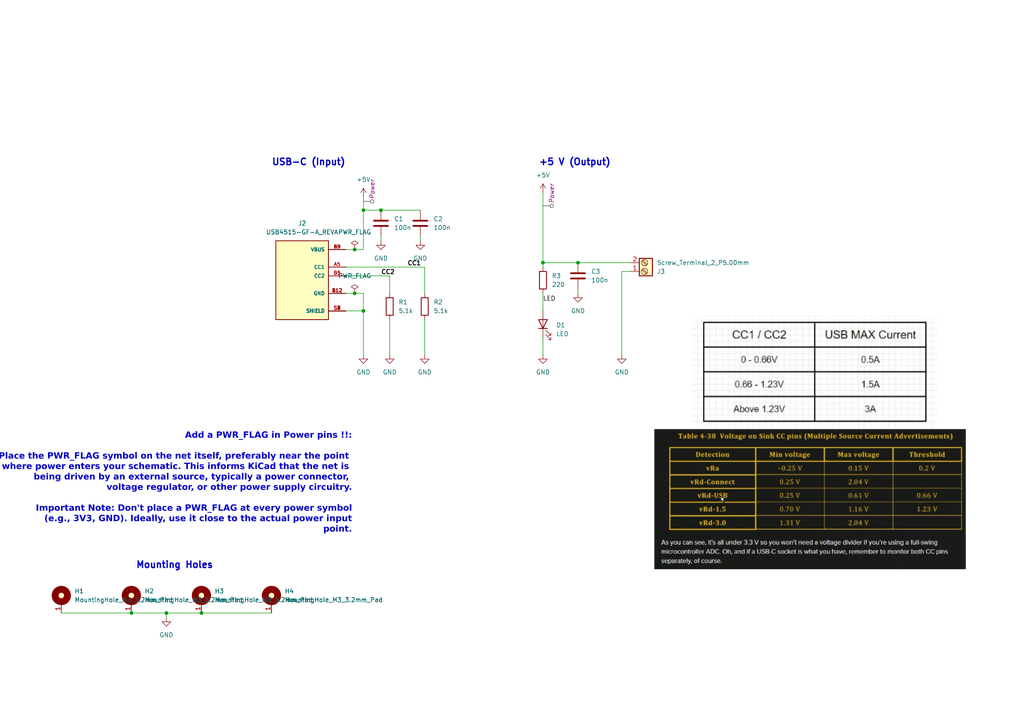
<source format=kicad_sch>
(kicad_sch (version 20231120) (generator "eeschema") (generator_version "8.0")
  (paper "A4")
  (title_block (title "USB-C Power Supply") (rev "0.1") (company "Miloudi Adel Hani"))
  (lib_symbols
    (symbol "Device:C" (pin_numbers hide) (pin_names (offset 0.254))
      (property "Reference" "C" (at 0.635 2.54 0))
      (property "Value" "C" (at 0.635 -2.54 0))
      (symbol "C_0_1"
        (polyline (pts (xy -2.032 -0.762) (xy 2.032 -0.762)) (stroke (width 0.508)))
        (polyline (pts (xy -2.032 0.762) (xy 2.032 0.762)) (stroke (width 0.508)))
      )
      (symbol "C_1_1"
        (pin passive line (at 0 3.81 270) (length 2.794) (name "~") (number "1"))
        (pin passive line (at 0 -3.81 90) (length 2.794) (name "~") (number "2"))
      )
    )
    (symbol "Device:LED" (pin_numbers hide) (pin_names (offset 1.016) hide)
      (property "Reference" "D" (at 0 2.54 0))
      (property "Value" "LED" (at 0 -2.54 0))
      (symbol "LED_0_1"
        (polyline (pts (xy -1.27 -1.27) (xy -1.27 1.27)) (stroke (width 0.254)))
        (polyline (pts (xy -1.27 0) (xy 1.27 0)))
        (polyline (pts (xy 1.27 -1.27) (xy 1.27 1.27) (xy -1.27 0) (xy 1.27 -1.27)) (stroke (width 0.254)))
        (polyline (pts (xy -3.048 -0.762) (xy -4.572 -2.286) (xy -3.81 -2.286) (xy -4.572 -2.286) (xy -4.572 -1.524)))
        (polyline (pts (xy -1.778 -0.762) (xy -3.302 -2.286) (xy -2.54 -2.286) (xy -3.302 -2.286) (xy -3.302 -1.524)))
      )
      (symbol "LED_1_1"
        (pin passive line (at -3.81 0 0) (length 2.54) (name "K") (number "1"))
        (pin passive line (at 3.81 0 180) (length 2.54) (name "A") (number "2"))
      )
    )
    (symbol "Device:R" (pin_numbers hide) (pin_names (offset 0))
      (property "Reference" "R" (at 2.032 0 90))
      (property "Value" "R" (at 0 0 90))
      (symbol "R_0_1"
        (rectangle (start -1.016 -2.54) (end 1.016 2.54) (stroke (width 0.254)))
      )
      (symbol "R_1_1"
        (pin passive line (at 0 3.81 270) (length 1.27) (name "~") (number "1"))
        (pin passive line (at 0 -3.81 90) (length 1.27) (name "~") (number "2"))
      )
    )
    (symbol "PCM_4ms_Power-symbol:+5V" (power) (pin_names (offset 0))
      (property "Value" "+5V" (at 0 3.556 0))
      (symbol "+5V_0_1"
        (polyline (pts (xy -0.762 1.27) (xy 0 2.54)))
        (polyline (pts (xy 0 0) (xy 0 2.54)))
        (polyline (pts (xy 0 2.54) (xy 0.762 1.27)))
      )
      (symbol "+5V_1_1"
        (pin power_in line (at 0 0 90) (length 0) hide (name "+5V") (number "1"))
      )
    )
    (symbol "PCM_4ms_Power-symbol:GND" (power) (pin_names (offset 0))
      (property "Value" "GND" (at 0 -3.81 0))
      (symbol "GND_0_1"
        (polyline (pts (xy 0 0) (xy 0 -1.27) (xy 1.27 -1.27) (xy 0 -2.54) (xy -1.27 -1.27) (xy 0 -1.27)))
      )
      (symbol "GND_1_1"
        (pin power_in line (at 0 0 270) (length 0) hide (name "GND") (number "1"))
      )
    )
    (symbol "PCM_4ms_Power-symbol:PWR_FLAG" (power) (pin_numbers hide) (pin_names (offset 0) hide)
      (property "Value" "PWR_FLAG" (at 0 3.81 0))
      (symbol "PWR_FLAG_0_0"
        (pin power_out line (at 0 0 90) (length 0) (name "pwr") (number "1"))
      )
      (symbol "PWR_FLAG_0_1"
        (polyline (pts (xy 0 0) (xy 0 1.27) (xy -1.016 1.905) (xy 0 2.54) (xy 1.016 1.905) (xy 0 1.27)))
      )
    )
    (symbol "PCM_SL_Mechanical:MountingHole_M3_3.2mm_Pad"
      (property "Reference" "H" (at 0 7.62 0))
      (property "Value" "MountingHole_M3_3.2mm_Pad" (at 0 5.08 0))
      (symbol "MountingHole_M3_3.2mm_Pad_0_1"
        (circle (center 0 0) (radius 1.27) (fill (type background)))
        (circle (center 0 0) (radius 1.7961) (stroke (width 2)))
      )
      (symbol "MountingHole_M3_3.2mm_Pad_1_1"
        (pin passive line (at 0 -5.08 90) (length 2.54) (name "") (number "1"))
      )
    )
    (symbol "PCM_SL_Screw_Terminal:Screw_Terminal_2_P5.00mm"
      (property "Reference" "J" (at 0 3.81 0))
      (property "Value" "Screw_Terminal_2_P5.00mm" (at 0 -3.81 0))
      (symbol "Screw_Terminal_2_P5.00mm_0_1"
        (rectangle (start -1.27 2.54) (end 2.54 -2.54) (stroke (width 0.3)) (fill (type background)))
        (polyline (pts (xy -0.254 -2.032) (xy 1.016 -0.762)))
        (polyline (pts (xy -0.254 0.508) (xy 1.016 1.778)))
        (polyline (pts (xy 0 -1.27) (xy -0.508 -1.778) (xy 0.762 -0.508)))
        (polyline (pts (xy 0 1.27) (xy -0.508 0.762) (xy 0.762 2.032)))
        (circle (center 0.254 -1.27) (radius 0.9158))
        (circle (center 0.254 1.27) (radius 0.9158))
      )
      (symbol "Screw_Terminal_2_P5.00mm_1_1"
        (pin passive line (at -3.81 1.27 0) (length 2.54) (name "") (number "1"))
        (pin passive line (at -3.81 -1.27 0) (length 2.54) (name "") (number "2"))
      )
    )
    (symbol "USB4515-GF-A_REVA:USB4515-GF-A_REVA" (pin_names (offset 1.016))
      (property "Reference" "J" (at -7.62 10.922 0))
      (property "Value" "USB4515-GF-A_REVA" (at -7.62 -13.462 0))
      (symbol "USB4515-GF-A_REVA_0_0"
        (rectangle (start -7.62 -12.7) (end 7.62 10.16) (stroke (width 0.254)) (fill (type background)))
        (pin power_in line (at 12.7 -5.08 180) (length 5.08) (name "GND") (number "A12"))
        (pin passive line (at 12.7 2.54 180) (length 5.08) (name "CC1") (number "A5"))
        (pin power_in line (at 12.7 7.62 180) (length 5.08) (name "VBUS") (number "A9"))
        (pin power_in line (at 12.7 -5.08 180) (length 5.08) (name "GND") (number "B12"))
        (pin passive line (at 12.7 0 180) (length 5.08) (name "CC2") (number "B5"))
        (pin power_in line (at 12.7 7.62 180) (length 5.08) (name "VBUS") (number "B9"))
        (pin power_in line (at 12.7 -10.16 180) (length 5.08) (name "SHIELD") (number "S1"))
        (pin power_in line (at 12.7 -10.16 180) (length 5.08) (name "SHIELD") (number "S2"))
        (pin power_in line (at 12.7 -10.16 180) (length 5.08) (name "SHIELD") (number "S3"))
        (pin power_in line (at 12.7 -10.16 180) (length 5.08) (name "SHIELD") (number "S4"))
      )
    )
    (symbol "power:GND" (power) (pin_names (offset 0))
      (property "Value" "GND" (at 0 -3.81 0))
      (symbol "GND_0_1"
        (polyline (pts (xy 0 0) (xy 0 -1.27) (xy 1.27 -1.27) (xy 0 -2.54) (xy -1.27 -1.27) (xy 0 -1.27)))
      )
      (symbol "GND_1_1"
        (pin power_in line (at 0 0 270) (length 0) hide (name "GND") (number "1"))
      )
    )
  )
  (junction (at 102.87 72.39))
  (junction (at 105.41 60.96))
  (junction (at 58.42 177.8))
  (junction (at 157.48 76.2))
  (junction (at 105.41 90.17))
  (junction (at 48.26 177.8))
  (junction (at 110.49 60.96))
  (junction (at 102.87 85.09))
  (junction (at 167.64 76.2))
  (junction (at 38.1 177.8))
  (wire (pts (xy 167.64 83.82) (xy 167.64 85.09)))
  (wire (pts (xy 113.03 92.71) (xy 113.03 102.87)))
  (wire (pts (xy 17.78 177.8) (xy 38.1 177.8)))
  (wire (pts (xy 38.1 177.8) (xy 48.26 177.8)))
  (wire (pts (xy 113.03 80.01) (xy 113.03 85.09)))
  (wire (pts (xy 100.33 77.47) (xy 123.19 77.47)))
  (wire (pts (xy 105.41 102.87) (xy 105.41 90.17)))
  (wire (pts (xy 157.48 97.79) (xy 157.48 102.87)))
  (wire (pts (xy 102.87 85.09) (xy 100.33 85.09)))
  (wire (pts (xy 180.34 102.87) (xy 180.34 78.74)))
  (wire (pts (xy 105.41 85.09) (xy 102.87 85.09)))
  (wire (pts (xy 58.42 177.8) (xy 78.74 177.8)))
  (wire (pts (xy 48.26 177.8) (xy 58.42 177.8)))
  (wire (pts (xy 110.49 68.58) (xy 110.49 69.85)))
  (wire (pts (xy 110.49 60.96) (xy 121.92 60.96)))
  (wire (pts (xy 105.41 60.96) (xy 105.41 72.39)))
  (wire (pts (xy 48.26 177.8) (xy 48.26 179.07)))
  (wire (pts (xy 105.41 72.39) (xy 102.87 72.39)))
  (wire (pts (xy 123.19 77.47) (xy 123.19 85.09)))
  (wire (pts (xy 123.19 92.71) (xy 123.19 102.87)))
  (wire (pts (xy 105.41 57.15) (xy 105.41 60.96)))
  (wire (pts (xy 180.34 78.74) (xy 182.88 78.74)))
  (wire (pts (xy 102.87 72.39) (xy 100.33 72.39)))
  (wire (pts (xy 105.41 60.96) (xy 110.49 60.96)))
  (wire (pts (xy 157.48 85.09) (xy 157.48 90.17)))
  (wire (pts (xy 121.92 68.58) (xy 121.92 69.85)))
  (wire (pts (xy 157.48 55.88) (xy 157.48 76.2)))
  (wire (pts (xy 105.41 90.17) (xy 105.41 85.09)))
  (wire (pts (xy 157.48 77.47) (xy 157.48 76.2)))
  (wire (pts (xy 100.33 90.17) (xy 105.41 90.17)))
  (wire (pts (xy 157.48 76.2) (xy 167.64 76.2)))
  (wire (pts (xy 167.64 76.2) (xy 182.88 76.2)))
  (wire (pts (xy 100.33 80.01) (xy 113.03 80.01)))
  (image (at 236.22 107.95) (scale 0.713379))
  (image (at 234.95 144.78) (scale 0.599206))
  (text "Mounting Holes" (at 39.37 165.1 0) (effects (font (size 1.9 1.9) (thickness 0.38) (bold yes)) (justify left bottom)))
  (text "+5 V (Output)" (at 156.21 48.26 0) (effects (font (size 1.9 1.9) (thickness 0.38) (bold yes)) (justify left bottom)))
  (text "Add a PWR_FLAG in Power pins !!:\n\n Place the PWR_FLAG symbol on the net itself, preferably near the point \n where power enters your schematic. This informs KiCad that the net is \n being driven by an external source, typically a power connector, \n voltage regulator, or other power supply circuitry.\n    \n Important Note: Don't place a PWR_FLAG at every power symbol\n (e.g., 3V3, GND). Ideally, use it close to the actual power input\n point.\n" (at 102.108 155.194 0) (effects (font (size 1.8 1.8) (bold yes)) (justify right bottom)))
  (text "USB-C (Input)" (at 78.74 48.26 0) (effects (font (size 1.9 1.9) (bold yes)) (justify left bottom)))
  (label "LED" (at 157.48 87.63 0))
  (label "CC1" (at 118.11 77.47 0) (effects (font (bold yes))))
  (label "CC2" (at 110.49 80.01 0) (effects (font (bold yes))))
  (netclass_flag "" (length 2.54) (shape round) (at 105.41 58.42 270) (property "Netclass" "Power" (at 107.95 57.7215 90) (effects (font (italic yes)) (justify left))))
  (netclass_flag "" (length 2.54) (shape round) (at 157.48 59.69 270) (property "Netclass" "Power" (at 160.02 58.9915 90) (effects (font (italic yes)) (justify left))))
  (symbol (lib_id "PCM_4ms_Power-symbol:GND") (at 48.26 179.07 0) (unit 1)
    (property "Reference" "#PWR01" (effects (hide yes)))
    (property "Value" "GND" (at 48.26 184.15 0))
  )
  (symbol (lib_id "USB4515-GF-A_REVA:USB4515-GF-A_REVA") (at 87.63 80.01 0) (unit 1)
    (property "Reference" "J2" (at 87.63 64.77 0))
    (property "Value" "USB4515-GF-A_REVA" (at 87.63 67.31 0))
    (property "Footprint" "USB4515-GF-A_REVA:GCT_USB4515-GF-A_REVA" (effects (hide yes)))
    (property "Description" "\nType C USB Charging Connector\n" (effects (hide yes)))
    (property "MF" "Global Connector Technology" (effects (hide yes)))
    (property "MAXIMUM_PACKAGE_HEIGHT" "3.16 mm" (effects (hide yes)))
    (property "Package" "None" (effects (hide yes)))
    (property "Price" "None" (effects (hide yes)))
    (property "Check_prices" "https://www.snapeda.com/parts/USB4515-GF-A/Global+Connector+Technology/view-part/?ref=eda" (effects (hide yes)))
    (property "STANDARD" "Manufacturer Recommendations" (effects (hide yes)))
    (property "PARTREV" "A" (effects (hide yes)))
    (property "SnapEDA_Link" "https://www.snapeda.com/parts/USB4515-GF-A/Global+Connector+Technology/view-part/?ref=snap" (effects (hide yes)))
    (property "MP" "USB4515-GF-A" (effects (hide yes)))
    (property "Availability" "In Stock" (effects (hide yes)))
    (property "MANUFACTURER" "GCT" (effects (hide yes)))
  )
  (symbol (lib_id "power:GND") (at 121.92 69.85 0) (unit 1)
    (property "Reference" "#PWR06" (effects (hide yes)))
    (property "Value" "GND" (at 121.92 74.93 0))
  )
  (symbol (lib_id "power:GND") (at 123.19 102.87 0) (unit 1)
    (property "Reference" "#PWR07" (effects (hide yes)))
    (property "Value" "GND" (at 123.19 107.95 0))
  )
  (symbol (lib_id "power:GND") (at 113.03 102.87 0) (unit 1)
    (property "Reference" "#PWR05" (effects (hide yes)))
    (property "Value" "GND" (at 113.03 107.95 0))
  )
  (symbol (lib_id "Device:R") (at 113.03 88.9 0) (unit 1)
    (property "Reference" "R1" (at 115.57 87.63 0) (effects (justify left)))
    (property "Value" "5.1k" (at 115.57 90.17 0) (effects (justify left)))
    (property "Footprint" "Resistor_SMD:R_2512_6332Metric" (effects (hide yes)))
  )
  (symbol (lib_id "Device:C") (at 121.92 64.77 0) (unit 1)
    (property "Reference" "C2" (at 125.73 63.5 0) (effects (justify left)))
    (property "Value" "100n" (at 125.73 66.04 0) (effects (justify left)))
    (property "Footprint" "Capacitor_SMD:C_1210_3225Metric" (effects (hide yes)))
  )
  (symbol (lib_id "PCM_SL_Screw_Terminal:Screw_Terminal_2_P5.00mm") (at 186.69 77.47 0) (mirror x) (unit 1)
    (property "Reference" "J3" (at 190.5 78.74 0) (effects (justify left)))
    (property "Value" "Screw_Terminal_2_P5.00mm" (at 190.5 76.2 0) (effects (justify left)))
    (property "Footprint" "TerminalBlock_Phoenix:TerminalBlock_Phoenix_PT-1,5-2-5.0-H_1x02_P5.00mm_Horizontal" (effects (hide yes)))
  )
  (symbol (lib_id "Device:LED") (at 157.48 93.98 90) (unit 1)
    (property "Reference" "D1" (at 161.29 94.2975 90) (effects (justify right)))
    (property "Value" "LED" (at 161.29 96.8375 90) (effects (justify right)))
    (property "Footprint" "LED_SMD:LED_2512_6332Metric_Pad1.52x3.35mm_HandSolder" (effects (hide yes)))
  )
  (symbol (lib_id "PCM_4ms_Power-symbol:PWR_FLAG") (at 102.87 85.09 0) (unit 1)
    (property "Reference" "#FLG02" (effects (hide yes)))
    (property "Value" "PWR_FLAG" (at 102.87 80.01 0))
  )
  (symbol (lib_id "PCM_SL_Mechanical:MountingHole_M3_3.2mm_Pad") (at 78.74 172.72 0) (unit 1)
    (property "Reference" "H4" (at 82.55 171.45 0) (effects (justify left)))
    (property "Value" "MountingHole_M3_3.2mm_Pad" (at 82.55 173.99 0) (effects (justify left)))
    (property "Footprint" "PCM_SL_Mechanical:MountingHole_3.2mm_Pad" (effects (hide yes)))
  )
  (symbol (lib_id "power:GND") (at 167.64 85.09 0) (unit 1)
    (property "Reference" "#PWR010" (effects (hide yes)))
    (property "Value" "GND" (at 167.64 90.17 0))
  )
  (symbol (lib_id "PCM_4ms_Power-symbol:+5V") (at 105.41 57.15 0) (unit 1)
    (property "Reference" "#PWR02" (effects (hide yes)))
    (property "Value" "+5V" (at 105.41 52.07 0))
  )
  (symbol (lib_id "power:GND") (at 157.48 102.87 0) (unit 1)
    (property "Reference" "#PWR09" (effects (hide yes)))
    (property "Value" "GND" (at 157.48 107.95 0))
  )
  (symbol (lib_id "Device:C") (at 110.49 64.77 0) (unit 1)
    (property "Reference" "C1" (at 114.3 63.5 0) (effects (justify left)))
    (property "Value" "100n" (at 114.3 66.04 0) (effects (justify left)))
    (property "Footprint" "Capacitor_SMD:C_1210_3225Metric" (effects (hide yes)))
  )
  (symbol (lib_id "power:GND") (at 110.49 69.85 0) (unit 1)
    (property "Reference" "#PWR04" (effects (hide yes)))
    (property "Value" "GND" (at 110.49 74.93 0))
  )
  (symbol (lib_id "PCM_SL_Mechanical:MountingHole_M3_3.2mm_Pad") (at 38.1 172.72 0) (unit 1)
    (property "Reference" "H2" (at 41.91 171.45 0) (effects (justify left)))
    (property "Value" "MountingHole_M3_3.2mm_Pad" (at 41.91 173.99 0) (effects (justify left)))
    (property "Footprint" "PCM_SL_Mechanical:MountingHole_3.2mm_Pad" (effects (hide yes)))
  )
  (symbol (lib_id "power:GND") (at 180.34 102.87 0) (unit 1)
    (property "Reference" "#PWR011" (effects (hide yes)))
    (property "Value" "GND" (at 180.34 107.95 0))
  )
  (symbol (lib_id "Device:C") (at 167.64 80.01 0) (unit 1)
    (property "Reference" "C3" (at 171.45 78.74 0) (effects (justify left)))
    (property "Value" "100n" (at 171.45 81.28 0) (effects (justify left)))
    (property "Footprint" "Capacitor_SMD:C_1210_3225Metric" (effects (hide yes)))
  )
  (symbol (lib_id "Device:R") (at 157.48 81.28 0) (unit 1)
    (property "Reference" "R3" (at 160.02 80.01 0) (effects (justify left)))
    (property "Value" "220" (at 160.02 82.55 0) (effects (justify left)))
    (property "Footprint" "Resistor_SMD:R_2512_6332Metric" (effects (hide yes)))
  )
  (symbol (lib_id "PCM_4ms_Power-symbol:+5V") (at 157.48 55.88 0) (unit 1)
    (property "Reference" "#PWR08" (effects (hide yes)))
    (property "Value" "+5V" (at 157.48 50.8 0))
  )
  (symbol (lib_id "PCM_SL_Mechanical:MountingHole_M3_3.2mm_Pad") (at 17.78 172.72 0) (unit 1)
    (property "Reference" "H1" (at 21.59 171.45 0) (effects (justify left)))
    (property "Value" "MountingHole_M3_3.2mm_Pad" (at 21.59 173.99 0) (effects (justify left)))
    (property "Footprint" "PCM_SL_Mechanical:MountingHole_3.2mm_Pad" (effects (hide yes)))
  )
  (symbol (lib_id "PCM_4ms_Power-symbol:PWR_FLAG") (at 102.87 72.39 0) (unit 1)
    (property "Reference" "#FLG01" (effects (hide yes)))
    (property "Value" "PWR_FLAG" (at 102.87 67.31 0))
  )
  (symbol (lib_id "power:GND") (at 105.41 102.87 0) (unit 1)
    (property "Reference" "#PWR03" (effects (hide yes)))
    (property "Value" "GND" (at 105.41 107.95 0))
  )
  (symbol (lib_id "PCM_SL_Mechanical:MountingHole_M3_3.2mm_Pad") (at 58.42 172.72 0) (unit 1)
    (property "Reference" "H3" (at 62.23 171.45 0) (effects (justify left)))
    (property "Value" "MountingHole_M3_3.2mm_Pad" (at 62.23 173.99 0) (effects (justify left)))
    (property "Footprint" "PCM_SL_Mechanical:MountingHole_3.2mm_Pad" (effects (hide yes)))
  )
  (symbol (lib_id "Device:R") (at 123.19 88.9 0) (unit 1)
    (property "Reference" "R2" (at 125.73 87.63 0) (effects (justify left)))
    (property "Value" "5.1k" (at 125.73 90.17 0) (effects (justify left)))
    (property "Footprint" "Resistor_SMD:R_2512_6332Metric" (effects (hide yes)))
  )
)
</source>
